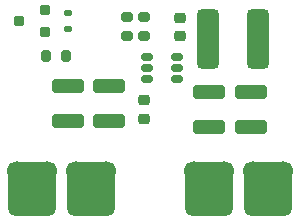
<source format=gbr>
G04 #@! TF.GenerationSoftware,KiCad,Pcbnew,8.0.8*
G04 #@! TF.CreationDate,2026-01-04T09:20:55-05:00*
G04 #@! TF.ProjectId,project-hw-60v-dcdc,70726f6a-6563-4742-9d68-772d3630762d,rev?*
G04 #@! TF.SameCoordinates,Original*
G04 #@! TF.FileFunction,Soldermask,Top*
G04 #@! TF.FilePolarity,Negative*
%FSLAX46Y46*%
G04 Gerber Fmt 4.6, Leading zero omitted, Abs format (unit mm)*
G04 Created by KiCad (PCBNEW 8.0.8) date 2026-01-04 09:20:55*
%MOMM*%
%LPD*%
G01*
G04 APERTURE LIST*
G04 Aperture macros list*
%AMRoundRect*
0 Rectangle with rounded corners*
0 $1 Rounding radius*
0 $2 $3 $4 $5 $6 $7 $8 $9 X,Y pos of 4 corners*
0 Add a 4 corners polygon primitive as box body*
4,1,4,$2,$3,$4,$5,$6,$7,$8,$9,$2,$3,0*
0 Add four circle primitives for the rounded corners*
1,1,$1+$1,$2,$3*
1,1,$1+$1,$4,$5*
1,1,$1+$1,$6,$7*
1,1,$1+$1,$8,$9*
0 Add four rect primitives between the rounded corners*
20,1,$1+$1,$2,$3,$4,$5,0*
20,1,$1+$1,$4,$5,$6,$7,0*
20,1,$1+$1,$6,$7,$8,$9,0*
20,1,$1+$1,$8,$9,$2,$3,0*%
G04 Aperture macros list end*
%ADD10RoundRect,0.250000X-1.100000X0.325000X-1.100000X-0.325000X1.100000X-0.325000X1.100000X0.325000X0*%
%ADD11RoundRect,0.225000X0.250000X-0.225000X0.250000X0.225000X-0.250000X0.225000X-0.250000X-0.225000X0*%
%ADD12RoundRect,0.150000X-0.375000X-0.150000X0.375000X-0.150000X0.375000X0.150000X-0.375000X0.150000X0*%
%ADD13RoundRect,0.480000X1.520000X-1.770000X1.520000X1.770000X-1.520000X1.770000X-1.520000X-1.770000X0*%
%ADD14C,1.700000*%
%ADD15RoundRect,0.125000X0.175000X-0.125000X0.175000X0.125000X-0.175000X0.125000X-0.175000X-0.125000X0*%
%ADD16RoundRect,0.200000X0.275000X-0.200000X0.275000X0.200000X-0.275000X0.200000X-0.275000X-0.200000X0*%
%ADD17RoundRect,0.475000X-0.475000X-2.075000X0.475000X-2.075000X0.475000X2.075000X-0.475000X2.075000X0*%
%ADD18RoundRect,0.200000X0.250000X0.200000X-0.250000X0.200000X-0.250000X-0.200000X0.250000X-0.200000X0*%
%ADD19RoundRect,0.200000X-0.200000X-0.275000X0.200000X-0.275000X0.200000X0.275000X-0.200000X0.275000X0*%
%ADD20RoundRect,0.225000X-0.250000X0.225000X-0.250000X-0.225000X0.250000X-0.225000X0.250000X0.225000X0*%
%ADD21RoundRect,0.200000X-0.275000X0.200000X-0.275000X-0.200000X0.275000X-0.200000X0.275000X0.200000X0*%
G04 APERTURE END LIST*
D10*
X52000000Y-31025000D03*
X52000000Y-33975000D03*
D11*
X49500000Y-26275000D03*
X49500000Y-24725000D03*
D10*
X43500000Y-30525000D03*
X43500000Y-33475000D03*
D12*
X46700000Y-28050000D03*
X46700000Y-29000000D03*
X46700000Y-29950000D03*
X49300000Y-29950000D03*
X49300000Y-29000000D03*
X49300000Y-28050000D03*
D10*
X55500000Y-31025000D03*
X55500000Y-33975000D03*
D13*
X42000000Y-39250000D03*
D14*
X40730000Y-37730000D03*
X43270000Y-37730000D03*
D13*
X37000000Y-39250000D03*
D14*
X35730000Y-37730000D03*
X38270000Y-37730000D03*
D13*
X52000000Y-39250000D03*
D14*
X50730000Y-37730000D03*
X53270000Y-37730000D03*
D15*
X40000000Y-24300000D03*
X40000000Y-25700000D03*
D16*
X46500000Y-26325000D03*
X46500000Y-24675000D03*
D17*
X51900000Y-26500000D03*
X56100000Y-26500000D03*
D18*
X38100000Y-25950000D03*
X38100000Y-24050000D03*
X35900000Y-25000000D03*
D19*
X38175000Y-28000000D03*
X39825000Y-28000000D03*
D20*
X46500000Y-31725000D03*
X46500000Y-33275000D03*
D13*
X57000000Y-39250000D03*
D14*
X55730000Y-37730000D03*
X58270000Y-37730000D03*
D10*
X40000000Y-30525000D03*
X40000000Y-33475000D03*
D21*
X45000000Y-24675000D03*
X45000000Y-26325000D03*
M02*

</source>
